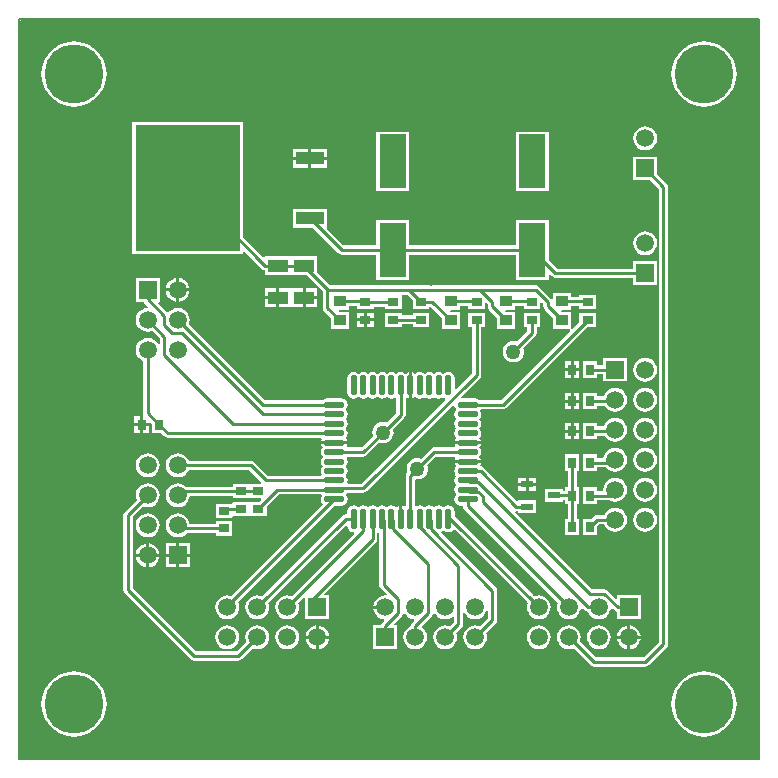
<source format=gtl>
%FSDAX24Y24*%
%MOIN*%
%SFA1B1*%

%IPPOS*%
%ADD10R,0.066900X0.043300*%
%ADD11R,0.035400X0.027600*%
%ADD12R,0.039400X0.037400*%
%ADD13O,0.021700X0.068900*%
%ADD14O,0.068900X0.021700*%
%ADD15R,0.027600X0.035400*%
%ADD16R,0.350400X0.419300*%
%ADD17R,0.094500X0.041300*%
%ADD18R,0.090600X0.179100*%
%ADD19R,0.039400X0.023600*%
%ADD20C,0.010000*%
%ADD21C,0.059100*%
%ADD22R,0.059100X0.059100*%
%ADD23R,0.059100X0.059100*%
%ADD24C,0.196900*%
%ADD25C,0.050000*%
%ADD46C,0.005000*%
%ADD47C,0.020000*%
%ADD48C,0.040000*%
%ADD49C,0.080000*%
%ADD50C,0.160000*%
%ADD51C,0.320000*%
%ADD52C,0.640000*%
%LNmetr4810_pcblayout-1*%
%LPD*%
G54D46*
X022822Y-001822D02*
X-001822D01*
Y022822*
X022822*
Y-001822*
G54D20*
X022772Y-001771D02*
X-001772Y-001772D01*
Y022772*
X022772*
Y-001771*
G54D47*
X022672Y-001671D02*
X-001672D01*
Y022672*
X022672*
Y-001671*
G54D48*
X022472Y-001471D02*
X-001471Y-001471D01*
X-001472Y022472*
X022472*
Y-001471*
G54D49*
X022072Y-001071D02*
X-001071D01*
Y022072*
X022072*
Y-001071*
G54D50*
X021272Y-000271D02*
X-000271D01*
Y021272*
X021272*
Y-000271*
G54D51*
X019672Y001328D02*
X001328D01*
Y019672*
X019672*
Y001328*
G54D52*
X016472Y004528D02*
X004528D01*
Y016472*
X016472*
Y004528*
X013272Y007728D02*
X007728D01*
Y013272*
X013272*
Y007728*
X010072Y010928D02*
X010928D01*
Y010072*
X010072*
Y010928*
%LNmetr4810_pcblayout-2*%
%LPC*%
G36*
X019039Y007549D02*
X018935Y007535D01*
X018839Y007495*
X018757Y007432*
X018693Y007349*
X018654Y007253*
X018640Y007150*
X018654Y007047*
X018693Y006951*
X018757Y006868*
X018839Y006805*
X018935Y006765*
X019039Y006751*
X019142Y006765*
X019238Y006805*
X019321Y006868*
X019384Y006951*
X019424Y007047*
X019437Y007150*
X019424Y007253*
X019384Y007349*
X019321Y007432*
X019238Y007495*
X019142Y007535*
X019039Y007549*
G37*
G36*
X002459Y007360D02*
X002355Y007346D01*
X002259Y007306*
X002177Y007243*
X002113Y007161*
X002074Y007064*
X002060Y006961*
X002074Y006858*
X002093Y006812*
X001692Y006411*
X001659Y006361*
X001647Y006302*
Y003800*
X001659Y003741*
X001692Y003692*
X003892Y001492*
X003941Y001459*
X004000Y001447*
X005483*
X005541Y001459*
X005591Y001492*
X005962Y001863*
X006008Y001844*
X006111Y001830*
X006215Y001844*
X006311Y001884*
X006393Y001947*
X006457Y002030*
X006496Y002126*
X006510Y002229*
X006496Y002332*
X006457Y002428*
X006393Y002511*
X006311Y002574*
X006215Y002614*
X006111Y002628*
X006008Y002614*
X005912Y002574*
X005829Y002511*
X005766Y002428*
X005726Y002332*
X005713Y002229*
X005726Y002126*
X005745Y002079*
X005419Y001753*
X004063*
X001953Y003863*
Y006239*
X002309Y006595*
X002355Y006576*
X002459Y006562*
X002562Y006576*
X002658Y006616*
X002741Y006679*
X002804Y006762*
X002844Y006858*
X002857Y006961*
X002844Y007064*
X002804Y007161*
X002741Y007243*
X002658Y007306*
X002562Y007346*
X002459Y007360*
G37*
G36*
X018039Y007549D02*
X017935Y007535D01*
X017839Y007495*
X017757Y007432*
X017693Y007349*
X017654Y007253*
X017640Y007150*
X017641Y007141*
X017608Y007103*
X017440*
Y007227*
X016965*
Y006673*
X017440*
Y006797*
X017839*
X017852Y006800*
X017935Y006765*
X018039Y006751*
X018142Y006765*
X018238Y006805*
X018321Y006868*
X018384Y006951*
X018424Y007047*
X018437Y007150*
X018424Y007253*
X018384Y007349*
X018321Y007432*
X018238Y007495*
X018142Y007535*
X018039Y007549*
G37*
G36*
X015054Y007279D02*
X014807D01*
Y007111*
X015054*
Y007279*
G37*
G36*
X016850Y008327D02*
X016374D01*
Y007773*
X016459*
Y007227*
X016374*
Y007108*
X016307*
Y007173*
X015713*
Y006737*
X016307*
Y006802*
X016374*
Y006673*
X016459*
Y006177*
X016374*
Y005623*
X016850*
Y006177*
X016765*
Y006673*
X016850*
Y007227*
X016765*
Y007773*
X016850*
Y008327*
G37*
G36*
X013563Y008035D02*
X013124D01*
X012686*
X012692Y008004*
X012738Y007935*
Y007920*
X012692Y007851*
X012676Y007770*
X012692Y007689*
X012717Y007651*
X012735Y007613*
X012717Y007574*
X012692Y007536*
X012676Y007455*
X012692Y007374*
X012738Y007305*
Y007290*
X012692Y007221*
X012676Y007140*
X012692Y007059*
X012738Y006990*
Y006975*
X012692Y006906*
X012676Y006825*
X012692Y006744*
X012738Y006675*
X012807Y006629*
X012888Y006613*
X012971*
Y006602*
X012983Y006544*
X013016Y006494*
X016132Y003378*
X016113Y003332*
X016099Y003229*
X016113Y003126*
X016153Y003029*
X016216Y002947*
X016299Y002884*
X016395Y002844*
X016498Y002830*
X016601Y002844*
X016697Y002884*
X016780Y002947*
X016843Y003029*
X016883Y003126*
X016890Y003179*
X016943Y003197*
X017020Y003121*
X017069Y003088*
X017128Y003076*
X017134*
X017153Y003029*
X017216Y002947*
X017299Y002884*
X017395Y002844*
X017498Y002830*
X017601Y002844*
X017697Y002884*
X017780Y002947*
X017843Y003029*
X017883Y003126*
X017890Y003179*
X017943Y003197*
X018020Y003121*
X018069Y003088*
X018103Y003081*
Y002834*
X018893*
Y003624*
X018103*
Y003535*
X018057Y003516*
X017791Y003782*
X017741Y003815*
X017682Y003827*
X017255*
X014694Y006388*
X014719Y006434*
X014751Y006428*
X014807*
Y006363*
X015401*
Y006799*
X014807*
X014767Y006782*
X013670Y007878*
X013621Y007911*
X013562Y007923*
X013536Y007973*
X013557Y008004*
X013563Y008035*
G37*
G36*
X002459Y006360D02*
X002355Y006346D01*
X002259Y006306*
X002177Y006243*
X002113Y006161*
X002074Y006064*
X002060Y005961*
X002074Y005858*
X002113Y005762*
X002177Y005679*
X002259Y005616*
X002355Y005576*
X002459Y005562*
X002562Y005576*
X002658Y005616*
X002741Y005679*
X002804Y005762*
X002844Y005858*
X002857Y005961*
X002844Y006064*
X002804Y006161*
X002741Y006243*
X002658Y006306*
X002562Y006346*
X002459Y006360*
G37*
G36*
X003854Y005356D02*
X003509D01*
Y005011*
X003854*
Y005356*
G37*
G36*
X003459Y006360D02*
X003355Y006346D01*
X003259Y006306*
X003177Y006243*
X003113Y006161*
X003074Y006064*
X003060Y005961*
X003074Y005858*
X003113Y005762*
X003177Y005679*
X003259Y005616*
X003355Y005576*
X003459Y005562*
X003562Y005576*
X003658Y005616*
X003741Y005679*
X003758Y005702*
X004728*
Y005617*
X005282*
Y006093*
X004728*
Y006008*
X003851*
X003844Y006064*
X003804Y006161*
X003741Y006243*
X003658Y006306*
X003562Y006346*
X003459Y006360*
G37*
G36*
X019039Y006549D02*
X018935Y006535D01*
X018839Y006495*
X018757Y006432*
X018693Y006349*
X018654Y006253*
X018640Y006150*
X018654Y006047*
X018693Y005951*
X018757Y005868*
X018839Y005805*
X018935Y005765*
X019039Y005751*
X019142Y005765*
X019238Y005805*
X019321Y005868*
X019384Y005951*
X019424Y006047*
X019437Y006150*
X019424Y006253*
X019384Y006349*
X019321Y006432*
X019238Y006495*
X019142Y006535*
X019039Y006549*
G37*
G36*
X018039D02*
X017935Y006535D01*
X017839Y006495*
X017757Y006432*
X017693Y006349*
X017674Y006303*
X017452*
X017394Y006291*
X017344Y006258*
X017263Y006177*
X016965*
Y005623*
X017440*
Y005922*
X017516Y005997*
X017674*
X017693Y005951*
X017757Y005868*
X017839Y005805*
X017935Y005765*
X018039Y005751*
X018142Y005765*
X018238Y005805*
X018321Y005868*
X018384Y005951*
X018424Y006047*
X018437Y006150*
X018424Y006253*
X018384Y006349*
X018321Y006432*
X018238Y006495*
X018142Y006535*
X018039Y006549*
G37*
G36*
X019039Y009549D02*
X018935Y009535D01*
X018839Y009495*
X018757Y009432*
X018693Y009349*
X018654Y009253*
X018640Y009150*
X018654Y009047*
X018693Y008951*
X018757Y008868*
X018839Y008805*
X018935Y008765*
X019039Y008751*
X019142Y008765*
X019238Y008805*
X019321Y008868*
X019384Y008951*
X019424Y009047*
X019437Y009150*
X019424Y009253*
X019384Y009349*
X019321Y009432*
X019238Y009495*
X019142Y009535*
X019039Y009549*
G37*
G36*
X018039Y008549D02*
X017935Y008535D01*
X017839Y008495*
X017757Y008432*
X017693Y008349*
X017654Y008253*
X017647Y008203*
X017440*
Y008327*
X016965*
Y007773*
X017440*
Y007897*
X017735*
X017757Y007868*
X017839Y007805*
X017935Y007765*
X018039Y007751*
X018142Y007765*
X018238Y007805*
X018321Y007868*
X018384Y007951*
X018424Y008047*
X018437Y008150*
X018424Y008253*
X018384Y008349*
X018321Y008432*
X018238Y008495*
X018142Y008535*
X018039Y008549*
G37*
G36*
X016562Y009050D02*
X016374D01*
Y008823*
X016562*
Y009050*
G37*
G36*
X002205Y009261D02*
X002017D01*
Y009034*
X002205*
Y009261*
G37*
G36*
X016850Y009050D02*
X016662D01*
Y008823*
X016850*
Y009050*
G37*
G36*
X013563Y008665D02*
X013124D01*
X012686*
X012692Y008634*
X012713Y008603*
X012686Y008553*
X012000*
X011941Y008541*
X011892Y008508*
X011565Y008181*
X011541Y008191*
X011450Y008203*
X011359Y008191*
X011273Y008156*
X011200Y008100*
X011144Y008027*
X011109Y007941*
X011097Y007850*
X011109Y007759*
X011119Y007735*
X011107Y007723*
X011074Y007673*
X011062Y007615*
Y006614*
X011012Y006587*
X010981Y006608*
X010950Y006614*
Y006176*
X010850*
Y006614*
X010819Y006608*
X010750Y006562*
X010735*
X010666Y006608*
X010585Y006624*
X010504Y006608*
X010435Y006562*
X010420*
X010351Y006608*
X010270Y006624*
X010189Y006608*
X010120Y006562*
X010105*
X010036Y006608*
X009955Y006624*
X009874Y006608*
X009805Y006562*
X009790*
X009721Y006608*
X009640Y006624*
X009559Y006608*
X009490Y006562*
X009475*
X009406Y006608*
X009325Y006624*
X009244Y006608*
X009175Y006562*
X009129Y006493*
X009113Y006412*
Y006329*
X009058*
X009000Y006317*
X008950Y006284*
X006261Y003595*
X006215Y003614*
X006111Y003628*
X006008Y003614*
X005912Y003574*
X005829Y003511*
X005766Y003428*
X005726Y003332*
X005713Y003229*
X005726Y003126*
X005766Y003029*
X005829Y002947*
X005912Y002884*
X006008Y002844*
X006111Y002830*
X006215Y002844*
X006311Y002884*
X006393Y002947*
X006457Y003029*
X006496Y003126*
X006510Y003229*
X006496Y003332*
X006477Y003378*
X009067Y005968*
X009113Y005949*
Y005939*
X009129Y005858*
X009175Y005789*
X009244Y005743*
X009323Y005727*
X009329Y005718*
X009347Y005680*
X007261Y003595*
X007215Y003614*
X007111Y003628*
X007008Y003614*
X006912Y003574*
X006829Y003511*
X006766Y003428*
X006726Y003332*
X006713Y003229*
X006726Y003126*
X006766Y003029*
X006829Y002947*
X006912Y002884*
X007008Y002844*
X007111Y002830*
X007215Y002844*
X007311Y002884*
X007393Y002947*
X007457Y003029*
X007496Y003126*
X007510Y003229*
X007496Y003332*
X007477Y003378*
X007670Y003571*
X007716Y003552*
Y002834*
X008507*
Y003624*
X008356*
X008337Y003670*
X010063Y005397*
X010096Y005447*
X010108Y005505*
Y005697*
X010158Y005725*
X010174Y005715*
Y003980*
X010185Y003921*
X010219Y003872*
X010419Y003672*
X010395Y003624*
X010371Y003628*
X010268Y003614*
X010172Y003574*
X010090Y003511*
X010026Y003428*
X009986Y003332*
X009979Y003279*
X010371*
Y003179*
X009979*
X009986Y003126*
X010026Y003029*
X010090Y002947*
X010172Y002884*
X010268Y002844*
X010322Y002837*
X010340Y002784*
X010263Y002707*
X010230Y002658*
X010223Y002624*
X009976*
Y001834*
X010767*
Y002624*
X010678*
X010659Y002670*
X010925Y002936*
X010958Y002986*
X010960Y002994*
X011017Y003031*
X011026Y003029*
X011090Y002947*
X011172Y002884*
X011268Y002844*
X011322Y002837*
X011340Y002784*
X011263Y002707*
X011230Y002658*
X011219Y002599*
Y002593*
X011172Y002574*
X011090Y002511*
X011026Y002428*
X010986Y002332*
X010973Y002229*
X010986Y002126*
X011026Y002030*
X011090Y001947*
X011172Y001884*
X011268Y001844*
X011371Y001830*
X011475Y001844*
X011571Y001884*
X011653Y001947*
X011717Y002030*
X011757Y002126*
X011770Y002229*
X011757Y002332*
X011717Y002428*
X011653Y002511*
X011606Y002547*
X011602Y002613*
X011925Y002936*
X011958Y002986*
X011960Y002994*
X012017Y003031*
X012026Y003029*
X012090Y002947*
X012172Y002884*
X012268Y002844*
X012371Y002830*
X012475Y002844*
X012571Y002884*
X012614Y002917*
X012664Y002892*
Y002737*
X012521Y002595*
X012475Y002614*
X012371Y002628*
X012268Y002614*
X012172Y002574*
X012090Y002511*
X012026Y002428*
X011986Y002332*
X011973Y002229*
X011986Y002126*
X012026Y002030*
X012090Y001947*
X012172Y001884*
X012268Y001844*
X012371Y001830*
X012475Y001844*
X012571Y001884*
X012653Y001947*
X012717Y002030*
X012757Y002126*
X012770Y002229*
X012757Y002332*
X012737Y002378*
X012925Y002566*
X012958Y002616*
X012970Y002674*
Y003035*
X013020Y003045*
X013026Y003029*
X013090Y002947*
X013172Y002884*
X013268Y002844*
X013371Y002830*
X013475Y002844*
X013571Y002884*
X013653Y002947*
X013717Y003029*
X013747Y003103*
X013797Y003093*
Y002871*
X013521Y002595*
X013475Y002614*
X013371Y002628*
X013268Y002614*
X013172Y002574*
X013090Y002511*
X013026Y002428*
X012986Y002332*
X012973Y002229*
X012986Y002126*
X013026Y002030*
X013090Y001947*
X013172Y001884*
X013268Y001844*
X013371Y001830*
X013475Y001844*
X013571Y001884*
X013653Y001947*
X013717Y002030*
X013757Y002126*
X013770Y002229*
X013757Y002332*
X013737Y002378*
X014058Y002699*
X014091Y002749*
X014103Y002807*
Y003784*
X014091Y003842*
X014058Y003892*
X012252Y005698*
X012263Y005758*
X012310Y005789*
X012325*
X012394Y005743*
X012475Y005727*
X012556Y005743*
X012625Y005789*
X012642Y005814*
X012691Y005819*
X015132Y003378*
X015113Y003332*
X015099Y003229*
X015113Y003126*
X015153Y003029*
X015216Y002947*
X015299Y002884*
X015395Y002844*
X015498Y002830*
X015601Y002844*
X015697Y002884*
X015780Y002947*
X015843Y003029*
X015883Y003126*
X015897Y003229*
X015883Y003332*
X015843Y003428*
X015780Y003511*
X015697Y003574*
X015601Y003614*
X015498Y003628*
X015395Y003614*
X015348Y003595*
X012687Y006256*
Y006412*
X012671Y006493*
X012625Y006562*
X012556Y006608*
X012475Y006624*
X012394Y006608*
X012325Y006562*
X012310*
X012241Y006608*
X012160Y006624*
X012079Y006608*
X012010Y006562*
X011995*
X011926Y006608*
X011845Y006624*
X011764Y006608*
X011695Y006562*
X011680*
X011611Y006608*
X011530Y006624*
X011449Y006608*
X011418Y006587*
X011368Y006614*
Y007470*
X011405Y007503*
X011450Y007497*
X011541Y007509*
X011627Y007544*
X011700Y007600*
X011756Y007673*
X011791Y007759*
X011803Y007850*
X011791Y007941*
X011781Y007965*
X012063Y008247*
X012686*
X012713Y008197*
X012692Y008166*
X012686Y008135*
X013124*
X013563*
X013557Y008166*
X013511Y008235*
Y008250*
X013557Y008319*
X013573Y008400*
X013557Y008481*
X013532Y008519*
X013514Y008557*
X013532Y008596*
X013557Y008634*
X013563Y008665*
G37*
G36*
X015054Y007547D02*
X014807D01*
Y007379*
X015054*
Y007547*
G37*
G36*
X015401Y007279D02*
X015154D01*
Y007111*
X015401*
Y007279*
G37*
G36*
Y007547D02*
X015154D01*
Y007379*
X015401*
Y007547*
G37*
G36*
X019039Y008549D02*
X018935Y008535D01*
X018839Y008495*
X018757Y008432*
X018693Y008349*
X018654Y008253*
X018640Y008150*
X018654Y008047*
X018693Y007951*
X018757Y007868*
X018839Y007805*
X018935Y007765*
X019039Y007751*
X019142Y007765*
X019238Y007805*
X019321Y007868*
X019384Y007951*
X019424Y008047*
X019437Y008150*
X019424Y008253*
X019384Y008349*
X019321Y008432*
X019238Y008495*
X019142Y008535*
X019039Y008549*
G37*
G36*
X002459Y008360D02*
X002355Y008346D01*
X002259Y008306*
X002177Y008243*
X002113Y008160*
X002074Y008064*
X002060Y007961*
X002074Y007858*
X002113Y007762*
X002177Y007679*
X002259Y007616*
X002355Y007576*
X002459Y007562*
X002562Y007576*
X002658Y007616*
X002741Y007679*
X002804Y007762*
X002844Y007858*
X002857Y007961*
X002844Y008064*
X002804Y008160*
X002741Y008243*
X002658Y008306*
X002562Y008346*
X002459Y008360*
G37*
G36*
X008503Y002179D02*
X008161D01*
Y001837*
X008215Y001844*
X008311Y001884*
X008393Y001947*
X008457Y002030*
X008496Y002126*
X008503Y002179*
G37*
G36*
X017498Y002628D02*
X017395Y002614D01*
X017299Y002574*
X017216Y002511*
X017153Y002428*
X017113Y002332*
X017099Y002229*
X017113Y002126*
X017153Y002030*
X017216Y001947*
X017299Y001884*
X017395Y001844*
X017498Y001830*
X017601Y001844*
X017697Y001884*
X017780Y001947*
X017843Y002030*
X017883Y002126*
X017897Y002229*
X017883Y002332*
X017843Y002428*
X017780Y002511*
X017697Y002574*
X017601Y002614*
X017498Y002628*
G37*
G36*
X018890Y002179D02*
X018548D01*
Y001837*
X018601Y001844*
X018697Y001884*
X018780Y001947*
X018843Y002030*
X018883Y002126*
X018890Y002179*
G37*
G36*
X018448D02*
X018106D01*
X018113Y002126*
X018153Y002030*
X018216Y001947*
X018299Y001884*
X018395Y001844*
X018448Y001837*
Y002179*
G37*
G36*
X008061D02*
X007719D01*
X007726Y002126*
X007766Y002030*
X007829Y001947*
X007912Y001884*
X008008Y001844*
X008061Y001837*
Y002179*
G37*
G36*
X015498Y002628D02*
X015395Y002614D01*
X015299Y002574*
X015216Y002511*
X015153Y002428*
X015113Y002332*
X015099Y002229*
X015113Y002126*
X015153Y002030*
X015216Y001947*
X015299Y001884*
X015395Y001844*
X015498Y001830*
X015601Y001844*
X015697Y001884*
X015780Y001947*
X015843Y002030*
X015883Y002126*
X015897Y002229*
X015883Y002332*
X015843Y002428*
X015780Y002511*
X015697Y002574*
X015601Y002614*
X015498Y002628*
G37*
G36*
X021000Y001088D02*
X020830Y001074D01*
X020664Y001034*
X020506Y000969*
X020361Y000880*
X020231Y000769*
X020120Y000639*
X020031Y000494*
X019966Y000336*
X019926Y000170*
X019912Y000000*
X019926Y-000170*
X019966Y-000336*
X020031Y-000494*
X020120Y-000639*
X020231Y-000769*
X020361Y-000880*
X020506Y-000969*
X020664Y-001034*
X020830Y-001074*
X021000Y-001088*
X021170Y-001074*
X021336Y-001034*
X021494Y-000969*
X021639Y-000880*
X021769Y-000769*
X021880Y-000639*
X021969Y-000494*
X022034Y-000336*
X022074Y-000170*
X022088Y000000*
X022074Y000170*
X022034Y000336*
X021969Y000494*
X021880Y000639*
X021769Y000769*
X021639Y000880*
X021494Y000969*
X021336Y001034*
X021170Y001074*
X021000Y001088*
G37*
G36*
X000000D02*
X-000170Y001074D01*
X-000336Y001034*
X-000494Y000969*
X-000639Y000880*
X-000769Y000769*
X-000880Y000639*
X-000969Y000494*
X-001034Y000336*
X-001074Y000170*
X-001088Y000000*
X-001074Y-000170*
X-001034Y-000336*
X-000969Y-000494*
X-000880Y-000639*
X-000769Y-000769*
X-000639Y-000880*
X-000494Y-000969*
X-000336Y-001034*
X-000170Y-001074*
X000000Y-001088*
X000170Y-001074*
X000336Y-001034*
X000494Y-000969*
X000639Y-000880*
X000769Y-000769*
X000880Y-000639*
X000969Y-000494*
X001034Y-000336*
X001074Y-000170*
X001088Y000000*
X001074Y000170*
X001034Y000336*
X000969Y000494*
X000880Y000639*
X000769Y000769*
X000639Y000880*
X000494Y000969*
X000336Y001034*
X000170Y001074*
X000000Y001088*
G37*
G36*
X019434Y018251D02*
X018643D01*
Y017460*
X019218*
X019497Y017181*
Y002063*
X018987Y001553*
X017390*
X016864Y002079*
X016883Y002126*
X016897Y002229*
X016883Y002332*
X016843Y002428*
X016780Y002511*
X016697Y002574*
X016601Y002614*
X016498Y002628*
X016395Y002614*
X016299Y002574*
X016216Y002511*
X016153Y002428*
X016113Y002332*
X016099Y002229*
X016113Y002126*
X016153Y002030*
X016216Y001947*
X016299Y001884*
X016395Y001844*
X016498Y001830*
X016601Y001844*
X016648Y001863*
X017219Y001292*
X017268Y001259*
X017327Y001247*
X019050*
X019109Y001259*
X019158Y001292*
X019758Y001892*
X019791Y001941*
X019803Y002000*
Y017244*
X019791Y017303*
X019758Y017352*
X019434Y017677*
Y018251*
G37*
G36*
X007111Y002628D02*
X007008Y002614D01*
X006912Y002574*
X006829Y002511*
X006766Y002428*
X006726Y002332*
X006713Y002229*
X006726Y002126*
X006766Y002030*
X006829Y001947*
X006912Y001884*
X007008Y001844*
X007111Y001830*
X007215Y001844*
X007311Y001884*
X007393Y001947*
X007457Y002030*
X007496Y002126*
X007510Y002229*
X007496Y002332*
X007457Y002428*
X007393Y002511*
X007311Y002574*
X007215Y002614*
X007111Y002628*
G37*
G36*
X005111D02*
X005008Y002614D01*
X004912Y002574*
X004829Y002511*
X004766Y002428*
X004726Y002332*
X004713Y002229*
X004726Y002126*
X004766Y002030*
X004829Y001947*
X004912Y001884*
X005008Y001844*
X005111Y001830*
X005215Y001844*
X005311Y001884*
X005393Y001947*
X005457Y002030*
X005496Y002126*
X005510Y002229*
X005496Y002332*
X005457Y002428*
X005393Y002511*
X005311Y002574*
X005215Y002614*
X005111Y002628*
G37*
G36*
X002409Y004911D02*
X002067D01*
X002074Y004858*
X002113Y004762*
X002177Y004679*
X002259Y004616*
X002355Y004576*
X002409Y004569*
Y004911*
G37*
G36*
X002851D02*
X002509D01*
Y004569*
X002562Y004576*
X002658Y004616*
X002741Y004679*
X002804Y004762*
X002844Y004858*
X002851Y004911*
G37*
G36*
X003409Y005356D02*
X003063D01*
Y005011*
X003409*
Y005356*
G37*
G36*
X002509Y005353D02*
Y005011D01*
X002851*
X002844Y005064*
X002804Y005160*
X002741Y005243*
X002658Y005306*
X002562Y005346*
X002509Y005353*
G37*
G36*
X002409D02*
X002355Y005346D01*
X002259Y005306*
X002177Y005243*
X002113Y005160*
X002074Y005064*
X002067Y005011*
X002409*
Y005353*
G37*
G36*
X003854Y004911D02*
X003509D01*
Y004566*
X003854*
Y004911*
G37*
G36*
X008061Y002621D02*
X008008Y002614D01*
X007912Y002574*
X007829Y002511*
X007766Y002428*
X007726Y002332*
X007719Y002279*
X008061*
Y002621*
G37*
G36*
X018448D02*
X018395Y002614D01*
X018299Y002574*
X018216Y002511*
X018153Y002428*
X018113Y002332*
X018106Y002279*
X018448*
Y002621*
G37*
G36*
X018548D02*
Y002279D01*
X018890*
X018883Y002332*
X018843Y002428*
X018780Y002511*
X018697Y002574*
X018601Y002614*
X018548Y002621*
G37*
G36*
X003409Y004911D02*
X003063D01*
Y004566*
X003409*
Y004911*
G37*
G36*
X008161Y002621D02*
Y002279D01*
X008503*
X008496Y002332*
X008457Y002428*
X008393Y002511*
X008311Y002574*
X008215Y002614*
X008161Y002621*
G37*
G36*
X006738Y013863D02*
X006353D01*
Y013597*
X006738*
Y013863*
G37*
G36*
X003851Y013755D02*
X003509D01*
Y013413*
X003562Y013420*
X003658Y013460*
X003741Y013523*
X003804Y013606*
X003844Y013702*
X003851Y013755*
G37*
G36*
X007725Y013863D02*
Y013597D01*
X008110*
Y013863*
X007725*
G37*
G36*
X003509Y014197D02*
Y013855D01*
X003851*
X003844Y013909*
X003804Y014005*
X003741Y014087*
X003658Y014151*
X003562Y014190*
X003509Y014197*
G37*
G36*
X003409D02*
X003355Y014190D01*
X003259Y014151*
X003177Y014087*
X003113Y014005*
X003074Y013909*
X003067Y013855*
X003409*
Y014197*
G37*
G36*
Y013755D02*
X003067D01*
X003074Y013702*
X003113Y013606*
X003177Y013523*
X003259Y013460*
X003355Y013420*
X003409Y013413*
Y013755*
G37*
G36*
X002854Y014201D02*
X002063D01*
Y013410*
X002333*
X002351Y013383*
X002485Y013248*
X002463Y013203*
X002459Y013204*
X002355Y013190*
X002259Y013151*
X002177Y013087*
X002113Y013005*
X002074Y012909*
X002060Y012805*
X002074Y012702*
X002113Y012606*
X002177Y012523*
X002259Y012460*
X002355Y012420*
X002459Y012407*
X002562Y012420*
X002608Y012439*
X002860Y012187*
Y011999*
X002810Y011989*
X002804Y012005*
X002741Y012087*
X002658Y012151*
X002562Y012190*
X002459Y012204*
X002355Y012190*
X002259Y012151*
X002177Y012087*
X002113Y012005*
X002074Y011909*
X002060Y011805*
X002074Y011702*
X002113Y011606*
X002177Y011523*
X002259Y011460*
X002306Y011441*
Y009697*
X002317Y009639*
X002318Y009638*
X002305Y009613*
Y009361*
X002493*
Y009382*
X002539Y009401*
X002607Y009332*
Y009034*
X002906*
X003018Y008922*
X003068Y008889*
X003126Y008877*
X008237*
X008264Y008827*
X008243Y008796*
X008237Y008765*
X008676*
X009114*
X009108Y008796*
X009062Y008865*
Y008880*
X009108Y008949*
X009124Y009030*
X009108Y009111*
X009083Y009149*
X009065Y009187*
X009083Y009226*
X009108Y009264*
X009124Y009345*
X009108Y009426*
X009062Y009495*
Y009510*
X009108Y009579*
X009124Y009660*
X009108Y009741*
X009062Y009810*
Y009825*
X009108Y009894*
X009124Y009975*
X009108Y010056*
X009062Y010125*
X008993Y010171*
X008912Y010187*
X008439*
X008358Y010171*
X008293Y010128*
X006353*
X003825Y012656*
X003844Y012702*
X003857Y012805*
X003844Y012909*
X003804Y013005*
X003741Y013087*
X003658Y013151*
X003562Y013190*
X003459Y013204*
X003355Y013190*
X003259Y013151*
X003177Y013087*
X003162Y013068*
X003099*
X002802Y013364*
X002822Y013410*
X002854*
Y014201*
G37*
G36*
X005641Y019387D02*
X001937D01*
Y014994*
X005641*
Y015057*
X005688Y015076*
X006262Y014502*
X006311Y014468*
X006353Y014460*
Y014293*
X007223*
X007241*
X007776*
X008296Y013773*
Y013200*
X008308Y013141*
X008341Y013092*
X008563Y012869*
Y012502*
X009157*
Y013076*
X008830*
X008826Y013082*
X008852Y013132*
X009157*
Y013266*
X009440*
Y013161*
X009994*
Y013246*
X010365*
Y013161*
X010920*
Y013637*
X010965Y013647*
X011104*
X011291Y013460*
Y013161*
X011845*
Y013231*
X011895Y013240*
X012266Y012869*
Y012502*
X012859*
Y013076*
X012532*
X012528Y013082*
X012555Y013132*
X012859*
Y013266*
X013142*
Y013161*
X013697*
Y013367*
X013743Y013387*
X013797Y013332*
Y013253*
X013809Y013194*
X013842Y013145*
X014117Y012869*
Y012502*
X014711*
Y013076*
X014384*
X014380Y013082*
X014406Y013132*
X014711*
Y013266*
X014994*
Y013161*
X015548*
Y013367*
X015594Y013387*
X015647Y013334*
Y013254*
X015659Y013196*
X015692Y013146*
X015969Y012869*
Y012502*
X016528*
X016549Y012452*
X014225Y010128*
X013507*
X013442Y010171*
X013361Y010187*
X012926*
X012905Y010237*
X013528Y010859*
X013561Y010909*
X013572Y010968*
Y012571*
X013697*
Y013046*
X013142*
Y012571*
X013266*
Y011031*
X012733Y010498*
X012687Y010517*
Y010861*
X012671Y010942*
X012625Y011011*
X012556Y011057*
X012475Y011073*
X012394Y011057*
X012356Y011032*
X012317Y011014*
X012279Y011032*
X012241Y011057*
X012160Y011073*
X012079Y011057*
X012041Y011032*
X012002Y011014*
X011964Y011032*
X011926Y011057*
X011845Y011073*
X011764Y011057*
X011726Y011032*
X011687Y011014*
X011649Y011032*
X011611Y011057*
X011530Y011073*
X011449Y011057*
X011380Y011011*
X011365*
X011296Y011057*
X011265Y011063*
Y010624*
Y010186*
X011296Y010192*
X011365Y010238*
X011380*
X011449Y010192*
X011530Y010176*
X011611Y010192*
X011649Y010217*
X011687Y010235*
X011726Y010217*
X011764Y010192*
X011845Y010176*
X011926Y010192*
X011964Y010217*
X012002Y010235*
X012041Y010217*
X012079Y010192*
X012160Y010176*
X012241Y010192*
X012279Y010217*
X012317Y010235*
X012356Y010217*
X012372Y010207*
X012383Y010147*
X009585Y007350*
X009147*
X009113Y007400*
X009124Y007455*
X009108Y007536*
X009083Y007574*
X009065Y007613*
X009083Y007651*
X009108Y007689*
X009124Y007770*
X009108Y007851*
X009062Y007920*
Y007935*
X009108Y008004*
X009124Y008085*
X009108Y008166*
X009087Y008197*
X009114Y008247*
X009650*
X009709Y008259*
X009758Y008292*
X010185Y008719*
X010209Y008709*
X010300Y008697*
X010391Y008709*
X010477Y008744*
X010550Y008800*
X010606Y008873*
X010641Y008959*
X010653Y009050*
X010641Y009141*
X010631Y009165*
X011008Y009542*
X011041Y009591*
X011053Y009650*
Y010186*
X011103Y010213*
X011134Y010192*
X011165Y010186*
Y010624*
Y011063*
X011134Y011057*
X011065Y011011*
X011050*
X010981Y011057*
X010900Y011073*
X010819Y011057*
X010750Y011011*
X010735*
X010666Y011057*
X010585Y011073*
X010504Y011057*
X010435Y011011*
X010420*
X010351Y011057*
X010270Y011073*
X010189Y011057*
X010120Y011011*
X010105*
X010036Y011057*
X009955Y011073*
X009874Y011057*
X009805Y011011*
X009790*
X009721Y011057*
X009640Y011073*
X009559Y011057*
X009490Y011011*
X009475*
X009406Y011057*
X009325Y011073*
X009244Y011057*
X009175Y011011*
X009129Y010942*
X009113Y010861*
Y010388*
X009129Y010307*
X009175Y010238*
X009244Y010192*
X009325Y010176*
X009406Y010192*
X009475Y010238*
X009490*
X009559Y010192*
X009640Y010176*
X009721Y010192*
X009790Y010238*
X009805*
X009874Y010192*
X009955Y010176*
X010036Y010192*
X010105Y010238*
X010120*
X010189Y010192*
X010270Y010176*
X010351Y010192*
X010420Y010238*
X010435*
X010504Y010192*
X010585Y010176*
X010666Y010192*
X010697Y010213*
X010747Y010186*
Y009713*
X010415Y009381*
X010391Y009391*
X010300Y009403*
X010209Y009391*
X010123Y009356*
X010050Y009300*
X009994Y009227*
X009959Y009141*
X009947Y009050*
X009959Y008959*
X009969Y008935*
X009587Y008553*
X009114*
X009087Y008603*
X009108Y008634*
X009114Y008665*
X008676*
X008237*
X008243Y008634*
X008268Y008596*
X008286Y008557*
X008268Y008519*
X008243Y008481*
X008227Y008400*
X008243Y008319*
X008289Y008250*
Y008235*
X008243Y008166*
X008227Y008085*
X008243Y008004*
X008289Y007935*
Y007920*
X008243Y007851*
X008227Y007770*
X008243Y007689*
X008264Y007658*
X008237Y007608*
X006458*
X005997Y008069*
X005947Y008102*
X005889Y008114*
X003823*
X003804Y008160*
X003741Y008243*
X003658Y008306*
X003562Y008346*
X003459Y008360*
X003355Y008346*
X003259Y008306*
X003177Y008243*
X003113Y008160*
X003074Y008064*
X003060Y007961*
X003074Y007858*
X003113Y007762*
X003177Y007679*
X003259Y007616*
X003355Y007576*
X003459Y007562*
X003562Y007576*
X003658Y007616*
X003741Y007679*
X003804Y007762*
X003823Y007808*
X005825*
X006251Y007383*
X006230Y007333*
X005873*
X005855*
X005300*
Y007248*
X003734*
X003658Y007306*
X003562Y007346*
X003459Y007360*
X003355Y007346*
X003259Y007306*
X003177Y007243*
X003113Y007161*
X003074Y007064*
X003060Y006961*
X003074Y006858*
X003113Y006762*
X003177Y006679*
X003259Y006616*
X003355Y006576*
X003459Y006562*
X003562Y006576*
X003658Y006616*
X003741Y006679*
X003804Y006762*
X003844Y006858*
X003855Y006942*
X005300*
Y006857*
X005855*
X005873*
X006221*
X006240Y006811*
X006172Y006743*
X005905*
X005873*
X005823*
X005300*
Y006726*
X005282Y006683*
X004728*
Y006207*
X005282*
Y006224*
X005300Y006267*
X005823*
X005855*
X005905*
X006427*
Y006566*
X006849Y006987*
X008237*
X008264Y006937*
X008243Y006906*
X008227Y006825*
X008243Y006744*
X008289Y006675*
X008291Y006657*
X005238Y003604*
X005215Y003614*
X005111Y003628*
X005008Y003614*
X004912Y003574*
X004829Y003511*
X004766Y003428*
X004726Y003332*
X004713Y003229*
X004726Y003126*
X004766Y003029*
X004829Y002947*
X004912Y002884*
X005008Y002844*
X005111Y002830*
X005215Y002844*
X005311Y002884*
X005393Y002947*
X005457Y003029*
X005496Y003126*
X005510Y003229*
X005496Y003332*
X005468Y003401*
X008680Y006613*
X008912*
X008993Y006629*
X009062Y006675*
X009108Y006744*
X009124Y006825*
X009108Y006906*
X009062Y006975*
Y006990*
X009098Y007044*
X009649*
X009707Y007056*
X009757Y007089*
X012628Y009960*
X012682Y009943*
X012692Y009894*
X012738Y009825*
Y009810*
X012692Y009741*
X012676Y009660*
X012692Y009579*
X012738Y009510*
Y009495*
X012692Y009426*
X012676Y009345*
X012692Y009264*
X012717Y009226*
X012735Y009187*
X012717Y009149*
X012692Y009111*
X012676Y009030*
X012692Y008949*
X012738Y008880*
Y008865*
X012692Y008796*
X012686Y008765*
X013124*
X013563*
X013557Y008796*
X013511Y008865*
Y008880*
X013557Y008949*
X013573Y009030*
X013557Y009111*
X013532Y009149*
X013514Y009187*
X013532Y009226*
X013557Y009264*
X013573Y009345*
X013557Y009426*
X013511Y009495*
Y009510*
X013557Y009579*
X013573Y009660*
X013557Y009741*
X013536Y009772*
X013563Y009822*
X014288*
X014347Y009834*
X014397Y009867*
X017101Y012571*
X017399*
Y013046*
X016845*
Y012748*
X016612Y012515*
X016562Y012536*
Y013076*
X016235*
X016231Y013082*
X016258Y013132*
X016562*
Y013266*
X016845*
Y013161*
X017399*
Y013637*
X016845*
Y013572*
X016562*
Y013706*
X015969*
Y013505*
X015919Y013490*
X015908Y013505*
X015505Y013908*
X015456Y013941*
X015397Y013953*
X008549*
X008110Y014391*
Y014926*
X007241*
X007223*
X006353*
Y014908*
X006307Y014889*
X005641Y015554*
Y019387*
G37*
G36*
X007241Y013863D02*
X007191D01*
X006838*
Y013547*
Y013230*
X007191*
X007223*
X007273*
X007625*
Y013547*
Y013863*
X007273*
X007241*
G37*
G36*
X008110Y013497D02*
X007725D01*
Y013230*
X008110*
Y013497*
G37*
G36*
X006738D02*
X006353D01*
Y013230*
X006738*
Y013497*
G37*
G36*
X008437Y018497D02*
X007914D01*
Y018240*
X008437*
Y018497*
G37*
G36*
X007814D02*
X007292D01*
Y018240*
X007814*
Y018497*
G37*
G36*
X019039Y019254D02*
X018935Y019241D01*
X018839Y019201*
X018757Y019137*
X018693Y019055*
X018654Y018959*
X018640Y018856*
X018654Y018752*
X018693Y018656*
X018757Y018574*
X018839Y018510*
X018935Y018470*
X019039Y018457*
X019142Y018470*
X019238Y018510*
X019321Y018574*
X019384Y018656*
X019424Y018752*
X019437Y018856*
X019424Y018959*
X019384Y019055*
X019321Y019137*
X019238Y019201*
X019142Y019241*
X019039Y019254*
G37*
G36*
X021000Y022088D02*
X020830Y022074D01*
X020664Y022034*
X020506Y021969*
X020361Y021880*
X020231Y021769*
X020120Y021639*
X020031Y021494*
X019966Y021336*
X019926Y021170*
X019912Y021000*
X019926Y020830*
X019966Y020664*
X020031Y020506*
X020120Y020361*
X020231Y020231*
X020361Y020120*
X020506Y020031*
X020664Y019966*
X020830Y019926*
X021000Y019912*
X021170Y019926*
X021336Y019966*
X021494Y020031*
X021639Y020120*
X021769Y020231*
X021880Y020361*
X021969Y020506*
X022034Y020664*
X022074Y020830*
X022088Y021000*
X022074Y021170*
X022034Y021336*
X021969Y021494*
X021880Y021639*
X021769Y021769*
X021639Y021880*
X021494Y021969*
X021336Y022034*
X021170Y022074*
X021000Y022088*
G37*
G36*
X000000D02*
X-000170Y022074D01*
X-000336Y022034*
X-000494Y021969*
X-000639Y021880*
X-000769Y021769*
X-000880Y021639*
X-000969Y021494*
X-001034Y021336*
X-001074Y021170*
X-001088Y021000*
X-001074Y020830*
X-001034Y020664*
X-000969Y020506*
X-000880Y020361*
X-000769Y020231*
X-000639Y020120*
X-000494Y020031*
X-000336Y019966*
X-000170Y019926*
X000000Y019912*
X000170Y019926*
X000336Y019966*
X000494Y020031*
X000639Y020120*
X000769Y020231*
X000880Y020361*
X000969Y020506*
X001034Y020664*
X001074Y020830*
X001088Y021000*
X001074Y021170*
X001034Y021336*
X000969Y021494*
X000880Y021639*
X000769Y021769*
X000639Y021880*
X000494Y021969*
X000336Y022034*
X000170Y022074*
X000000Y022088*
G37*
G36*
X008437Y018140D02*
X007914D01*
Y017883*
X008437*
Y018140*
G37*
G36*
X019039Y015762D02*
X018935Y015748D01*
X018839Y015709*
X018757Y015645*
X018693Y015563*
X018654Y015467*
X018640Y015363*
X018654Y015260*
X018693Y015164*
X018757Y015081*
X018839Y015018*
X018935Y014978*
X019039Y014965*
X019142Y014978*
X019238Y015018*
X019321Y015081*
X019384Y015164*
X019424Y015260*
X019437Y015363*
X019424Y015467*
X019384Y015563*
X019321Y015645*
X019238Y015709*
X019142Y015748*
X019039Y015762*
G37*
G36*
X008437Y016497D02*
X007292D01*
Y015883*
X007955*
X008813Y015025*
X008863Y014992*
X008921Y014980*
X010079*
Y014137*
X011184*
Y014980*
X014729*
Y014137*
X015834*
Y014299*
X015881Y014318*
X015943Y014255*
X015993Y014222*
X016051Y014210*
X018643*
Y013968*
X019434*
Y014759*
X018643*
Y014516*
X016115*
X015834Y014797*
Y016129*
X014729*
Y015286*
X011184*
Y016129*
X010079*
Y015286*
X008985*
X008422Y015848*
X008437Y015883*
Y016497*
G37*
G36*
X011184Y019081D02*
X010079D01*
Y017090*
X011184*
Y019081*
G37*
G36*
X007814Y018140D02*
X007292D01*
Y017883*
X007814*
Y018140*
G37*
G36*
X015834Y019081D02*
X014729D01*
Y017090*
X015834*
Y019081*
G37*
G36*
X009994Y013046D02*
X009767D01*
Y012859*
X009994*
Y013046*
G37*
G36*
X016850Y010050D02*
X016662D01*
Y009823*
X016850*
Y010050*
G37*
G36*
X016562D02*
X016374D01*
Y009823*
X016562*
Y010050*
G37*
G36*
Y010377D02*
X016374D01*
Y010150*
X016562*
Y010377*
G37*
G36*
X018039Y010549D02*
X017935Y010535D01*
X017839Y010495*
X017757Y010432*
X017693Y010349*
X017654Y010253*
X017440*
Y010377*
X016965*
Y009823*
X017440*
Y009947*
X017696*
X017757Y009868*
X017839Y009805*
X017935Y009765*
X018039Y009751*
X018142Y009765*
X018238Y009805*
X018321Y009868*
X018384Y009951*
X018424Y010047*
X018437Y010150*
X018424Y010253*
X018384Y010349*
X018321Y010432*
X018238Y010495*
X018142Y010535*
X018039Y010549*
G37*
G36*
X016850Y010377D02*
X016662D01*
Y010150*
X016850*
Y010377*
G37*
G36*
X019039Y010549D02*
X018935Y010535D01*
X018839Y010495*
X018757Y010432*
X018693Y010349*
X018654Y010253*
X018640Y010150*
X018654Y010047*
X018693Y009951*
X018757Y009868*
X018839Y009805*
X018935Y009765*
X019039Y009751*
X019142Y009765*
X019238Y009805*
X019321Y009868*
X019384Y009951*
X019424Y010047*
X019437Y010150*
X019424Y010253*
X019384Y010349*
X019321Y010432*
X019238Y010495*
X019142Y010535*
X019039Y010549*
G37*
G36*
X016562Y009377D02*
X016374D01*
Y009150*
X016562*
Y009377*
G37*
G36*
X002493Y009261D02*
X002305D01*
Y009034*
X002493*
Y009261*
G37*
G36*
X016850Y009377D02*
X016662D01*
Y009150*
X016850*
Y009377*
G37*
G36*
X002205Y009588D02*
X002017D01*
Y009361*
X002205*
Y009588*
G37*
G36*
X018039Y009549D02*
X017935Y009535D01*
X017839Y009495*
X017757Y009432*
X017693Y009349*
X017654Y009253*
X017440*
Y009377*
X016965*
Y008823*
X017440*
Y008947*
X017696*
X017757Y008868*
X017839Y008805*
X017935Y008765*
X018039Y008751*
X018142Y008765*
X018238Y008805*
X018321Y008868*
X018384Y008951*
X018424Y009047*
X018437Y009150*
X018424Y009253*
X018384Y009349*
X018321Y009432*
X018238Y009495*
X018142Y009535*
X018039Y009549*
G37*
G36*
X009667Y012759D02*
X009440D01*
Y012571*
X009667*
Y012759*
G37*
G36*
X015548Y013046D02*
X014994D01*
Y012571*
X015118*
Y012434*
X014765Y012081*
X014741Y012091*
X014650Y012103*
X014559Y012091*
X014473Y012056*
X014400Y012000*
X014344Y011927*
X014309Y011841*
X014297Y011750*
X014309Y011659*
X014344Y011573*
X014400Y011500*
X014473Y011444*
X014559Y011409*
X014650Y011397*
X014741Y011409*
X014827Y011444*
X014900Y011500*
X014956Y011573*
X014991Y011659*
X015003Y011750*
X014991Y011841*
X014981Y011865*
X015379Y012263*
X015412Y012312*
X015424Y012371*
Y012571*
X015548*
Y013046*
G37*
G36*
X009994Y012759D02*
X009767D01*
Y012571*
X009994*
Y012759*
G37*
G36*
X009667Y013046D02*
X009440D01*
Y012859*
X009667*
Y013046*
G37*
G36*
X010920D02*
X010365D01*
Y012571*
X010920*
Y012656*
X011291*
Y012571*
X011845*
Y013046*
X011291*
Y012961*
X010920*
Y013046*
G37*
G36*
X018434Y011545D02*
X017643D01*
Y011303*
X017440*
Y011427*
X016965*
Y010873*
X017440*
Y010997*
X017643*
Y010755*
X018434*
Y011545*
G37*
G36*
X016562Y011100D02*
X016374D01*
Y010873*
X016562*
Y011100*
G37*
G36*
X019039Y011549D02*
X018935Y011535D01*
X018839Y011495*
X018757Y011432*
X018693Y011349*
X018654Y011253*
X018640Y011150*
X018654Y011047*
X018693Y010951*
X018757Y010868*
X018839Y010805*
X018935Y010765*
X019039Y010751*
X019142Y010765*
X019238Y010805*
X019321Y010868*
X019384Y010951*
X019424Y011047*
X019437Y011150*
X019424Y011253*
X019384Y011349*
X019321Y011432*
X019238Y011495*
X019142Y011535*
X019039Y011549*
G37*
G36*
X016850Y011100D02*
X016662D01*
Y010873*
X016850*
Y011100*
G37*
G36*
Y011427D02*
X016662D01*
Y011200*
X016850*
Y011427*
G37*
G36*
X016562D02*
X016374D01*
Y011200*
X016562*
Y011427*
G37*
%LNmetr4810_pcblayout-3*%
%LPD*%
G54D10*
X007675Y013547D03*
Y014610D03*
X006788Y013547D03*
Y014610D03*
G54D11*
X006150Y006505D03*
Y007095D03*
X005577D03*
Y006505D03*
X017122Y013399D03*
Y012809D03*
X015271Y013399D03*
Y012809D03*
X013419Y013399D03*
Y012809D03*
X005005Y006445D03*
Y005855D03*
X009717Y012809D03*
Y013399D03*
X010642D03*
Y012809D03*
X011568D03*
Y013399D03*
G54D12*
X016265Y013419D03*
Y012789D03*
X014414Y013419D03*
Y012789D03*
X012563Y013419D03*
Y012789D03*
X008860Y013419D03*
Y012789D03*
G54D13*
X009325Y010624D03*
X009640D03*
X009955D03*
X010270D03*
X010585D03*
X010900D03*
X011215D03*
X011530D03*
X011845D03*
X012160D03*
X012475D03*
Y006176D03*
X012160D03*
X011845D03*
X011530D03*
X011215D03*
X010900D03*
X010585D03*
X010270D03*
X009955D03*
X009640D03*
X009325D03*
G54D14*
X013124Y009975D03*
Y009660D03*
Y009345D03*
Y009030D03*
Y008715D03*
Y008400D03*
Y008085D03*
Y007770D03*
Y007455D03*
Y007140D03*
Y006825D03*
X008676D03*
Y007140D03*
Y007455D03*
Y007770D03*
Y008085D03*
Y008400D03*
Y008715D03*
Y009030D03*
Y009345D03*
Y009660D03*
Y009975D03*
G54D15*
X002845Y009311D03*
X002255D03*
X017202Y005900D03*
X016612D03*
X017202Y006950D03*
X016612D03*
X017202Y008050D03*
X016612D03*
X017202Y009100D03*
X016612D03*
X017202Y010100D03*
X016612D03*
X017202Y011150D03*
X016612D03*
G54D16*
X003789Y017190D03*
G54D17*
X007864Y018190D03*
Y016190D03*
G54D18*
X015282Y015133D03*
Y018086D03*
X010632Y015133D03*
Y018086D03*
G54D19*
X016010Y006955D03*
X015104Y006581D03*
Y007329D03*
G54D20*
X011550Y014350D02*
X011900Y014000D01*
X008449Y013836D02*
X008485Y013800D01*
X007675Y014610D02*
X008449Y013836D01*
Y013200D02*
Y013836D01*
Y013200D02*
X008860Y012789D01*
X003789Y017190D02*
X006370Y014610D01*
X006788*
X007675*
X008485Y013800D02*
X011167D01*
X003789Y017016D02*
Y017190D01*
X004987Y006505D02*
X005500D01*
X004927Y006445D02*
X004987Y006505D01*
X005500Y007095D02*
X006150D01*
X007895Y003445D02*
X009955Y005505D01*
X005483Y001600D02*
X006111Y002229D01*
X004000Y001600D02*
X005483D01*
X001800Y003800D02*
X004000Y001600D01*
X001800Y003800D02*
Y006302D01*
X006150Y006505D02*
X006785Y007140D01*
X008676*
X010632Y015133D02*
X015282D01*
X011215Y007615D02*
X011450Y007850D01*
X011215Y006176D02*
Y007615D01*
X011450Y007850D02*
X012000Y008400D01*
X013124*
X008676D02*
X009650D01*
X010300Y009050*
X010900Y009650*
Y010624*
X014650Y011750D02*
X015271Y012371D01*
Y012809*
X008676Y007140D02*
X008732Y007197D01*
X009649*
X013419Y010968*
Y012809*
X014288Y009975D02*
X017122Y012809D01*
X013124Y009975D02*
X014288D01*
X010270Y006176D02*
X010327Y006119D01*
Y003980D02*
Y006119D01*
Y003980D02*
X010817Y003490D01*
Y003044D02*
Y003490D01*
X010371Y002599D02*
X010817Y003044D01*
X010371Y002229D02*
Y002599D01*
X010585Y006176D02*
X010642Y006119D01*
Y005832D02*
Y006119D01*
Y005832D02*
X011817Y004657D01*
Y003044D02*
Y004657D01*
X011371Y002599D02*
X011817Y003044D01*
X011371Y002229D02*
Y002599D01*
X011530Y005889D02*
X012817Y004602D01*
X011530Y005889D02*
Y006176D01*
X012817Y002674D02*
Y004602D01*
X012371Y002229D02*
X012817Y002674D01*
X011845Y006176D02*
X011902Y006119D01*
Y005832D02*
Y006119D01*
Y005832D02*
X013950Y003784D01*
Y002807D02*
Y003784D01*
X013371Y002229D02*
X013950Y002807D01*
X016429Y002229D02*
X016498D01*
X006111Y002061D02*
Y002229D01*
X018128Y003229D02*
X018498D01*
X017682Y003674D02*
X018128Y003229D01*
X017192Y003674D02*
X017682D01*
X013468Y007398D02*
X017192Y003674D01*
X013181Y007398D02*
X013468D01*
X013124Y007455D02*
X013181Y007398D01*
X017128Y003229D02*
X017498D01*
X013619Y006738D02*
X017128Y003229D01*
X013619Y006738D02*
Y006932D01*
X013468Y007083D02*
X013619Y006932D01*
X013181Y007083D02*
X013468D01*
X013124Y007140D02*
X013181Y007083D01*
X013562Y007770D02*
X014751Y006581D01*
X013124Y007770D02*
X013562D01*
X014751Y006581D02*
X015104D01*
X016607Y006955D02*
X016612Y006950D01*
X016010Y006955D02*
X016607D01*
X013124Y006602D02*
Y006825D01*
Y006602D02*
X016498Y003229D01*
X012475Y006176D02*
X012551D01*
X015498Y003229*
X013546Y013800D02*
X013950Y013396D01*
Y013253D02*
Y013396D01*
Y013253D02*
X014414Y012789D01*
X015397Y013800D02*
X015800Y013397D01*
Y013254D02*
Y013397D01*
Y013254D02*
X016265Y012789D01*
X013546Y013800D02*
X015397D01*
X011167D02*
X013546D01*
X011952Y013399D02*
X012563Y012789D01*
X011568Y013399D02*
X011952D01*
X011167Y013800D02*
X011568Y013399D01*
X001800Y006302D02*
X002459Y006961D01*
X016498Y002229D02*
X017327Y001400D01*
X019050*
X019650Y002000*
Y017244*
X019039Y017856D02*
X019650Y017244D01*
X016612Y006950D02*
Y008050D01*
Y005900D02*
Y006950D01*
X017202Y005900D02*
X017452Y006150D01*
X018039*
X017839Y006950D02*
X018039Y007150D01*
X017202Y006950D02*
X017839D01*
X017939Y008050D02*
X018039Y008150D01*
X017202Y008050D02*
X017939D01*
X017989Y009100D02*
X018039Y009150D01*
X017202Y009100D02*
X017989D01*
Y010100D02*
X018039Y010150D01*
X017202Y010100D02*
X017989D01*
X018039Y011150D02*
D01*
X017202D02*
X018039D01*
X017102Y013419D02*
X017122Y013399D01*
X016265Y013419D02*
X017102D01*
X015251D02*
X015271Y013399D01*
X014414Y013419D02*
X015251D01*
X013400D02*
X013419Y013399D01*
X012563Y013419D02*
X013400D01*
X011568Y012809D02*
D01*
X010642D02*
X011568D01*
X009697Y013419D02*
X009717Y013399D01*
X010642*
X008860Y013419D02*
X009697D01*
X007864Y016190D02*
X008921Y015133D01*
X010632*
X015282D02*
X016051Y014363D01*
X019039*
X003459Y012805D02*
X006289Y009975D01*
X008676*
X006290Y009660D02*
X008676D01*
X003590Y012360D02*
X006290Y009660D01*
X003274Y012360D02*
X003590D01*
X003013Y012621D02*
X003274Y012360D01*
X003013Y012621D02*
Y012937D01*
X002459Y013491D02*
X003013Y012937D01*
X002459Y013491D02*
Y013805D01*
X003013Y011621D02*
Y012251D01*
X002459Y012805D02*
X003013Y012251D01*
Y011621D02*
X005289Y009345D01*
X008676*
X003126Y009030D02*
X008676D01*
X002845Y009311D02*
X003126Y009030D01*
X002459Y009697D02*
X002845Y009311D01*
X002459Y009697D02*
Y011805D01*
X003459Y005961D02*
X003565Y005855D01*
X004927*
X003459Y006961D02*
X003593Y007095D01*
X005500*
X006395Y007455D02*
X008676D01*
X005889Y007961D02*
X006395Y007455D01*
X003459Y007961D02*
X005889D01*
X005111Y003229D02*
Y003261D01*
X008676Y006825*
X006111Y003229D02*
X009058Y006176D01*
X009325*
X007895Y003445D02*
X008111Y003229D01*
X009955Y005505D02*
Y006176D01*
X007111Y003229D02*
X009640Y005758D01*
Y006176*
G54D21*
X015498Y002229D03*
Y003229D03*
X016498Y002229D03*
Y003229D03*
X017498Y002229D03*
Y003229D03*
X018498Y002229D03*
X005111D03*
Y003229D03*
X006111Y002229D03*
Y003229D03*
X007111Y002229D03*
Y003229D03*
X008111Y002229D03*
X013371Y003229D03*
Y002229D03*
X012371Y003229D03*
Y002229D03*
X011371Y003229D03*
Y002229D03*
X010371Y003229D03*
X019039Y018856D03*
Y015363D03*
X003459Y013805D03*
X002459Y012805D03*
X003459D03*
X002459Y011805D03*
X003459D03*
X019039Y006150D03*
X018039D03*
X019039Y007150D03*
X018039D03*
X019039Y008150D03*
X018039D03*
X019039Y009150D03*
X018039D03*
X019039Y010150D03*
X018039D03*
X019039Y011150D03*
X002459Y007961D03*
X003459D03*
X002459Y006961D03*
X003459D03*
X002459Y005961D03*
X003459D03*
X002459Y004961D03*
G54D22*
X018498Y003229D03*
X008111D03*
X010371Y002229D03*
G54D23*
X019039Y017856D03*
Y014363D03*
X002459Y013805D03*
X018039Y011150D03*
X003459Y004961D03*
G54D24*
X000000Y000000D03*
Y021000D03*
X021000Y000000D03*
Y021000D03*
G54D25*
X011450Y007850D03*
X010300Y009050D03*
X014650Y011750D03*
X015282Y018086D03*
X010632D03*
X003800Y018200D03*
Y016100D03*
M02*
</source>
